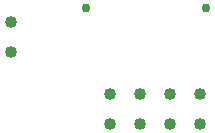
<source format=gbr>
G04 PROTEUS GERBER X2 FILE*
%TF.GenerationSoftware,Labcenter,Proteus,8.5-SP0-Build22067*%
%TF.CreationDate,2017-03-24T16:45:38+00:00*%
%TF.FileFunction,Plated,1,16,PTH*%
%TF.FilePolarity,Positive*%
%TF.Part,Single*%
%FSLAX45Y45*%
%MOMM*%
G01*
%TA.AperFunction,ComponentDrill*%
%ADD16C,1.016000*%
%ADD17C,0.762000*%
D16*
X+1140000Y+1280000D03*
X+1140000Y+1026000D03*
X+2740000Y+670000D03*
X+2486000Y+670000D03*
X+2232000Y+670000D03*
X+1978000Y+670000D03*
X+1978000Y+416000D03*
X+2232000Y+416000D03*
X+2486000Y+416000D03*
X+2740000Y+416000D03*
D17*
X+1770000Y+1400000D03*
X+2786000Y+1400000D03*
M02*

</source>
